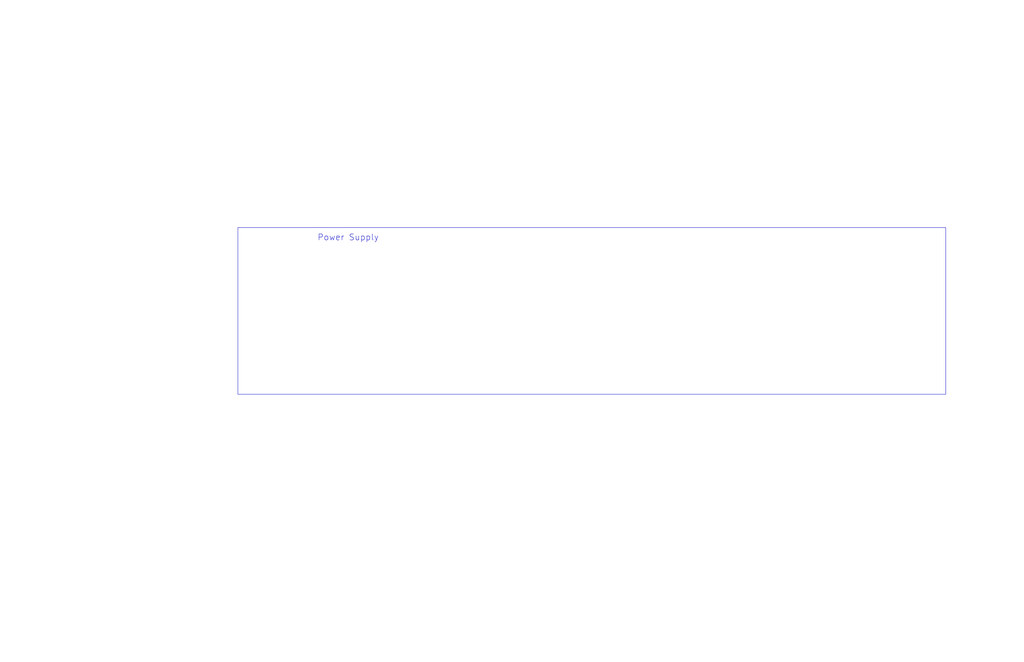
<source format=kicad_sch>
(kicad_sch
	(version 20250114)
	(generator "eeschema")
	(generator_version "9.0")
	(uuid "71d90a68-00dd-4f38-a12c-0b171eb939db")
	(paper "B")
	(lib_symbols)
	(rectangle
		(start 100.33 96.012)
		(end 398.78 166.37)
		(stroke
			(width 0)
			(type default)
		)
		(fill
			(type none)
		)
		(uuid 86373858-5d58-44ec-9062-7281a7e15d9f)
	)
	(text "Power Supply\n"
		(exclude_from_sim no)
		(at 146.812 100.33 0)
		(effects
			(font
				(size 2.54 2.54)
			)
		)
		(uuid "65a009fc-b637-4c13-947e-f54f464e0c13")
	)
)

</source>
